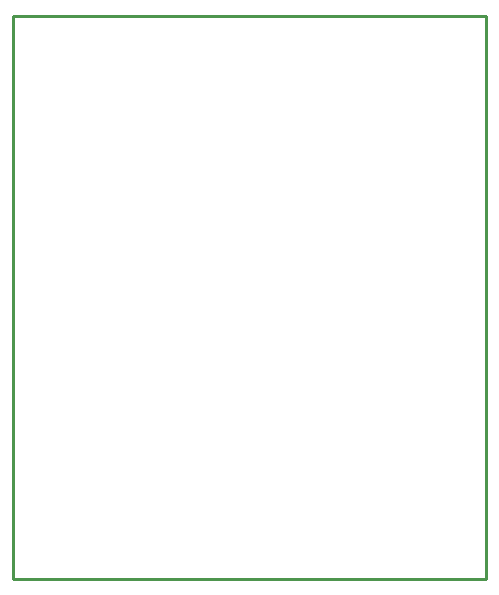
<source format=gbr>
G04 EAGLE Gerber RS-274X export*
G75*
%MOMM*%
%FSLAX34Y34*%
%LPD*%
%IN*%
%IPPOS*%
%AMOC8*
5,1,8,0,0,1.08239X$1,22.5*%
G01*
G04 Define Apertures*
%ADD10C,0.254000*%
D10*
X0Y0D02*
X400050Y0D01*
X400050Y477012D01*
X0Y477012D01*
X0Y0D01*
M02*

</source>
